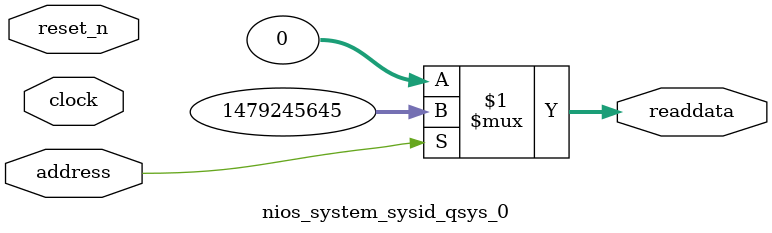
<source format=v>

`timescale 1ns / 1ps
// synthesis translate_on

// turn off superfluous verilog processor warnings 
// altera message_level Level1 
// altera message_off 10034 10035 10036 10037 10230 10240 10030 

module nios_system_sysid_qsys_0 (
               // inputs:
                address,
                clock,
                reset_n,

               // outputs:
                readdata
             )
;

  output  [ 31: 0] readdata;
  input            address;
  input            clock;
  input            reset_n;

  wire    [ 31: 0] readdata;
  //control_slave, which is an e_avalon_slave
  assign readdata = address ? 1479245645 : 0;

endmodule




</source>
